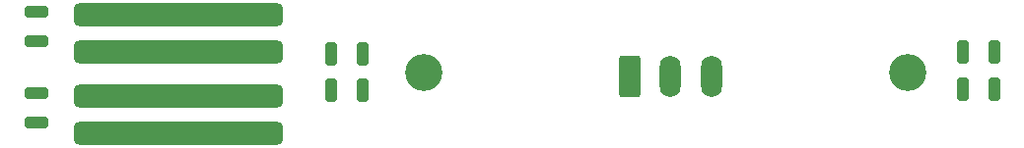
<source format=gbr>
%TF.GenerationSoftware,KiCad,Pcbnew,8.0.5*%
%TF.CreationDate,2025-02-11T15:16:58+01:00*%
%TF.ProjectId,keerlusRelais,6b656572-6c75-4735-9265-6c6169732e6b,rev?*%
%TF.SameCoordinates,Original*%
%TF.FileFunction,Soldermask,Top*%
%TF.FilePolarity,Negative*%
%FSLAX46Y46*%
G04 Gerber Fmt 4.6, Leading zero omitted, Abs format (unit mm)*
G04 Created by KiCad (PCBNEW 8.0.5) date 2025-02-11 15:16:58*
%MOMM*%
%LPD*%
G01*
G04 APERTURE LIST*
G04 Aperture macros list*
%AMRoundRect*
0 Rectangle with rounded corners*
0 $1 Rounding radius*
0 $2 $3 $4 $5 $6 $7 $8 $9 X,Y pos of 4 corners*
0 Add a 4 corners polygon primitive as box body*
4,1,4,$2,$3,$4,$5,$6,$7,$8,$9,$2,$3,0*
0 Add four circle primitives for the rounded corners*
1,1,$1+$1,$2,$3*
1,1,$1+$1,$4,$5*
1,1,$1+$1,$6,$7*
1,1,$1+$1,$8,$9*
0 Add four rect primitives between the rounded corners*
20,1,$1+$1,$2,$3,$4,$5,0*
20,1,$1+$1,$4,$5,$6,$7,0*
20,1,$1+$1,$6,$7,$8,$9,0*
20,1,$1+$1,$8,$9,$2,$3,0*%
G04 Aperture macros list end*
%ADD10RoundRect,0.250000X0.750000X-0.250000X0.750000X0.250000X-0.750000X0.250000X-0.750000X-0.250000X0*%
%ADD11RoundRect,0.500000X8.500000X-0.500000X8.500000X0.500000X-8.500000X0.500000X-8.500000X-0.500000X0*%
%ADD12RoundRect,0.250000X-0.250000X-0.750000X0.250000X-0.750000X0.250000X0.750000X-0.250000X0.750000X0*%
%ADD13RoundRect,0.250000X0.250000X0.750000X-0.250000X0.750000X-0.250000X-0.750000X0.250000X-0.750000X0*%
%ADD14O,1.800000X3.600000*%
%ADD15RoundRect,0.250000X-0.650000X-1.550000X0.650000X-1.550000X0.650000X1.550000X-0.650000X1.550000X0*%
%ADD16C,3.200000*%
G04 APERTURE END LIST*
D10*
%TO.C,U1*%
X80700000Y-131400000D03*
D11*
X92964000Y-132330000D03*
D10*
X80700000Y-128860000D03*
D11*
X92964000Y-129155000D03*
%TD*%
D10*
%TO.C,J6*%
X80700000Y-138400000D03*
D11*
X92964000Y-139330000D03*
D10*
X80700000Y-135860000D03*
D11*
X92964000Y-136155000D03*
%TD*%
D12*
%TO.C,J2*%
X160321000Y-135540777D03*
X163021000Y-135540777D03*
X160321000Y-132365777D03*
X163021000Y-132365777D03*
%TD*%
D13*
%TO.C,J3*%
X106092000Y-135665777D03*
X108792000Y-135665777D03*
X106092000Y-132490777D03*
X108792000Y-132490777D03*
%TD*%
D14*
%TO.C,J1*%
X138699000Y-134493000D03*
X135199000Y-134493000D03*
D15*
X131699000Y-134493000D03*
%TD*%
D16*
%TO.C,REF\u002A\u002A*%
X114046000Y-134112000D03*
%TD*%
%TO.C,REF\u002A\u002A*%
X155575000Y-134112000D03*
%TD*%
M02*

</source>
